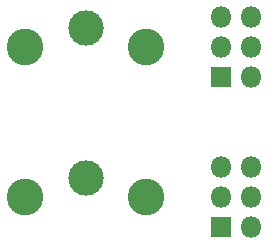
<source format=gts>
G04 #@! TF.GenerationSoftware,KiCad,Pcbnew,(5.1.2-1)-1*
G04 #@! TF.CreationDate,2020-04-09T00:01:10-04:00*
G04 #@! TF.ProjectId,rca_breadboard_adapter,7263615f-6272-4656-9164-626f6172645f,rev?*
G04 #@! TF.SameCoordinates,Original*
G04 #@! TF.FileFunction,Soldermask,Top*
G04 #@! TF.FilePolarity,Negative*
%FSLAX46Y46*%
G04 Gerber Fmt 4.6, Leading zero omitted, Abs format (unit mm)*
G04 Created by KiCad (PCBNEW (5.1.2-1)-1) date 2020-04-09 00:01:10*
%MOMM*%
%LPD*%
G04 APERTURE LIST*
%ADD10C,3.001600*%
%ADD11C,3.101600*%
%ADD12R,1.801600X1.801600*%
%ADD13O,1.801600X1.801600*%
G04 APERTURE END LIST*
D10*
X147320000Y-50470000D03*
D11*
X142170000Y-52070000D03*
X152470000Y-52070000D03*
D10*
X147320000Y-63170000D03*
D11*
X142170000Y-64770000D03*
X152470000Y-64770000D03*
D12*
X158750000Y-54610000D03*
D13*
X161290000Y-54610000D03*
X158750000Y-52070000D03*
X161290000Y-52070000D03*
X158750000Y-49530000D03*
X161290000Y-49530000D03*
X161290000Y-62230000D03*
X158750000Y-62230000D03*
X161290000Y-64770000D03*
X158750000Y-64770000D03*
X161290000Y-67310000D03*
D12*
X158750000Y-67310000D03*
M02*

</source>
